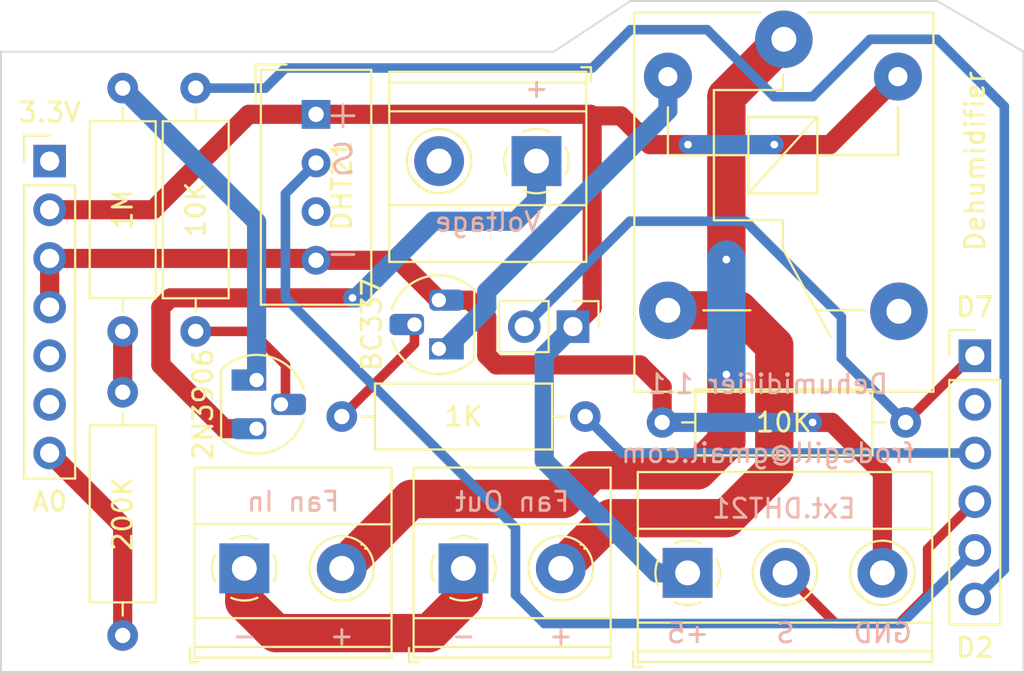
<source format=kicad_pcb>
(kicad_pcb (version 20211014) (generator pcbnew)
  (layers (0 "F.Cu" signal) (31 "B.Cu" signal) (34 "B.Paste" user) (35 "F.Paste" user) (36 "B.SilkS" user "B.Silkscreen") (37 "F.SilkS" user "F.Silkscreen") (38 "B.Mask" user) (39 "F.Mask" user) (44 "Edge.Cuts" user))
  (net 0 "")
  (net 1 "GND")
  (net 2 "Net-(J1-Pad1)")
  (net 3 "Net-(Q1-Pad2)")
  (net 4 "Net-(J1-Pad2)")
  (net 5 "Net-(J2-Pad2)")
  (net 6 "+5V")
  (net 8 "Net-(J16-Pad1)")
  (net 10 "Net-(J16-Pad3)")
  (net 11 "Net-(K1-Pad2)")
  (net 15 "Net-(J14-Pad7)")
  (net 16 "Net-(J16-Pad4)")
  (net 17 "Net-(J16-Pad5)")
  (net 18 "Net-(J16-Pad6)")
  (net 19 "Net-(Q1-Pad1)")
  (net 20 "Net-(R4-Pad2)")
  (net 22 "Net-(J15-Pad1)")
  (net 23 "Net-(Q2-Pad2)")
  (footprint "Package_TO_SOT_THT:TO-92_HandSolder" (layer "F.Cu") (at 150.495 97.79 -90)
    (fp_text reference "Q1" hide)
    (fp_text value "2N3906" (at 1.27 2.79 -90) (layer "F.SilkS"))
    (fp_line (start -0.53 1.85) (end 3.07 1.85) (layer "F.SilkS") (width 0.12))
    (fp_arc (start 2.05 -2.45) (mid 3.769931 -0.601036) (end 3.078445 1.827684) (layer "F.SilkS") (width 0.12))
    (fp_arc (start -0.541875 1.841741) (mid -1.247231 -0.581764) (end 0.45 -2.45) (layer "F.SilkS") (width 0.12))
    (pad "1" thru_hole rect (at 0 0 270) (size 1.1 1.8) (drill 0.75 (offset 0 0.4)) (layers *.Cu *.Mask) (net 19 "Net-(Q1-Pad1)"))
    (pad "2" thru_hole roundrect (at 1.27 -1.27 270) (size 1.1 1.8) (drill 0.75 (offset 0 -0.4)) (layers *.Cu *.Mask) (net 3 "Net-(Q1-Pad2)"))
    (pad "3" thru_hole roundrect (at 2.54 0 270) (size 1.1 1.8) (drill 0.75 (offset 0 0.4)) (layers *.Cu *.Mask) (net 22 "Net-(J15-Pad1)"))
  )
  (footprint "Resistor_THT:R_Axial_DIN0309_L9.0mm_D3.2mm_P12.70mm_Horizontal" (layer "F.Cu") (at 143.51 82.55 -90)
    (fp_text reference "1M" (at 6.35 0 90) (layer "F.SilkS"))
    (fp_text value "1M" hide)
    (fp_line (start 11.66 0) (end 10.97 0) (layer "F.SilkS") (width 0.12))
    (fp_line (start 10.97 -1.72) (end 1.73 -1.72) (layer "F.SilkS") (width 0.12))
    (fp_line (start 10.97 1.72) (end 10.97 -1.72) (layer "F.SilkS") (width 0.12))
    (fp_line (start 1.73 1.72) (end 10.97 1.72) (layer "F.SilkS") (width 0.12))
    (fp_line (start 1.73 -1.72) (end 1.73 1.72) (layer "F.SilkS") (width 0.12))
    (fp_line (start 1.04 0) (end 1.73 0) (layer "F.SilkS") (width 0.12))
    (pad "1" thru_hole circle (at 0 0 270) (size 1.6 1.6) (drill 0.8) (layers *.Cu *.Mask) (net 19 "Net-(Q1-Pad1)"))
    (pad "2" thru_hole oval (at 12.7 0 270) (size 1.6 1.6) (drill 0.8) (layers *.Cu *.Mask) (net 20 "Net-(R4-Pad2)"))
  )
  (footprint "TerminalBlock_Phoenix:TerminalBlock_Phoenix_MKDS-1,5-2-5.08_1x02_P5.08mm_Horizontal" (layer "F.Cu") (at 149.855 107.62)
    (fp_text reference "J1" hide)
    (fp_text value "Conn_01x02_Male" hide)
    (fp_line (start 6.15 -1.275) (end 6.115 -1.239) (layer "F.SilkS") (width 0.12))
    (fp_line (start 4.046 1.239) (end 4.011 1.274) (layer "F.SilkS") (width 0.12))
    (fp_line (start 6.355 -1.069) (end 6.308 -1.023) (layer "F.SilkS") (width 0.12))
    (fp_line (start -2.84 4.16) (end -2.84 4.9) (layer "F.SilkS") (width 0.12))
    (fp_line (start -2.6 4.66) (end 7.68 4.66) (layer "F.SilkS") (width 0.12))
    (fp_line (start -2.6 -5.261) (end -2.6 4.66) (layer "F.SilkS") (width 0.12))
    (fp_line (start 7.68 -5.261) (end 7.68 4.66) (layer "F.SilkS") (width 0.12))
    (fp_line (start 3.853 1.023) (end 3.806 1.069) (layer "F.SilkS") (width 0.12))
    (fp_line (start -2.84 4.9) (end -2.34 4.9) (layer "F.SilkS") (width 0.12))
    (fp_line (start -2.6 -5.261) (end 7.68 -5.261) (layer "F.SilkS") (width 0.12))
    (fp_line (start -2.6 2.6) (end 7.68 2.6) (layer "F.SilkS") (width 0.12))
    (fp_line (start -2.6 4.1) (end 7.68 4.1) (layer "F.SilkS") (width 0.12))
    (fp_line (start -2.6 -2.301) (end 7.68 -2.301) (layer "F.SilkS") (width 0.12))
    (fp_arc (start -1.535427 0.683042) (mid -1.680501 -0.000524) (end -1.535 -0.684) (layer "F.SilkS") (width 0.12))
    (fp_arc (start 1.535427 -0.683042) (mid 1.680501 0.000524) (end 1.535 0.684) (layer "F.SilkS") (width 0.12))
    (fp_arc (start 0.683318 1.534756) (mid 0.349292 1.643288) (end 0 1.68) (layer "F.SilkS") (width 0.12))
    (fp_arc (start -0.683042 -1.535427) (mid 0.000524 -1.680501) (end 0.684 -1.535) (layer "F.SilkS") (width 0.12))
    (fp_arc (start 0.028805 1.680253) (mid -0.335551 1.646659) (end -0.684 1.535) (layer "F.SilkS") (width 0.12))
    (fp_circle (center 5.08 0) (end 6.76 0) (layer "F.SilkS") (width 0.12) (fill none))
    (pad "1" thru_hole rect (at 0 0) (size 2.6 2.6) (drill 1.3) (layers *.Cu *.Mask) (net 2 "Net-(J1-Pad1)"))
    (pad "2" thru_hole circle (at 5.08 0) (size 2.6 2.6) (drill 1.3) (layers *.Cu *.Mask) (net 4 "Net-(J1-Pad2)"))
  )
  (footprint "TerminalBlock_Phoenix:TerminalBlock_Phoenix_MKDS-1,5-2-5.08_1x02_P5.08mm_Horizontal" (layer "F.Cu") (at 165.095 86.36 180)
    (fp_text reference "J15" hide)
    (fp_text value "Conn_01x02_Male" hide)
    (fp_line (start -2.6 4.66) (end 7.68 4.66) (layer "F.SilkS") (width 0.12))
    (fp_line (start -2.6 -5.261) (end -2.6 4.66) (layer "F.SilkS") (width 0.12))
    (fp_line (start -2.6 4.1) (end 7.68 4.1) (layer "F.SilkS") (width 0.12))
    (fp_line (start 7.68 -5.261) (end 7.68 4.66) (layer "F.SilkS") (width 0.12))
    (fp_line (start 3.853 1.023) (end 3.806 1.069) (layer "F.SilkS") (width 0.12))
    (fp_line (start -2.6 2.6) (end 7.68 2.6) (layer "F.SilkS") (width 0.12))
    (fp_line (start -2.6 -2.301) (end 7.68 -2.301) (layer "F.SilkS") (width 0.12))
    (fp_line (start -2.84 4.9) (end -2.34 4.9) (layer "F.SilkS") (width 0.12))
    (fp_line (start 6.15 -1.275) (end 6.115 -1.239) (layer "F.SilkS") (width 0.12))
    (fp_line (start 6.355 -1.069) (end 6.308 -1.023) (layer "F.SilkS") (width 0.12))
    (fp_line (start -2.84 4.16) (end -2.84 4.9) (layer "F.SilkS") (width 0.12))
    (fp_line (start 4.046 1.239) (end 4.011 1.274) (layer "F.SilkS") (width 0.12))
    (fp_line (start -2.6 -5.261) (end 7.68 -5.261) (layer "F.SilkS") (width 0.12))
    (fp_arc (start 0.028805 1.680253) (mid -0.335551 1.646659) (end -0.684 1.535) (layer "F.SilkS") (width 0.12))
    (fp_arc (start 1.535427 -0.683042) (mid 1.680501 0.000524) (end 1.535 0.684) (layer "F.SilkS") (width 0.12))
    (fp_arc (start -1.535427 0.683042) (mid -1.680501 -0.000524) (end -1.535 -0.684) (layer "F.SilkS") (width 0.12))
    (fp_arc (start 0.683318 1.534756) (mid 0.349292 1.643288) (end 0 1.68) (layer "F.SilkS") (width 0.12))
    (fp_arc (start -0.683042 -1.535427) (mid 0.000524 -1.680501) (end 0.684 -1.535) (layer "F.SilkS") (width 0.12))
    (fp_circle (center 5.08 0) (end 6.76 0) (layer "F.SilkS") (width 0.12) (fill none))
    (pad "1" thru_hole rect (at 0 0 180) (size 2.6 2.6) (drill 1.3) (layers *.Cu *.Mask) (net 22 "Net-(J15-Pad1)"))
    (pad "2" thru_hole circle (at 5.08 0 180) (size 2.6 2.6) (drill 1.3) (layers *.Cu *.Mask))
  )
  (footprint "TerminalBlock_Phoenix:TerminalBlock_Phoenix_MKDS-1,5-3-5.08_1x03_P5.08mm_Horizontal" (layer "F.Cu") (at 172.98 107.855)
    (fp_text reference "J3" hide)
    (fp_text value "Conn_01x03_Male" hide)
    (fp_line (start 11.23 -1.275) (end 11.195 -1.239) (layer "F.SilkS") (width 0.12))
    (fp_line (start 6.15 -1.275) (end 6.115 -1.239) (layer "F.SilkS") (width 0.12))
    (fp_line (start -2.6 4.1) (end 12.76 4.1) (layer "F.SilkS") (width 0.12))
    (fp_line (start 6.355 -1.069) (end 6.308 -1.023) (layer "F.SilkS") (width 0.12))
    (fp_line (start 8.933 1.023) (end 8.886 1.069) (layer "F.SilkS") (width 0.12))
    (fp_line (start -2.6 -5.261) (end -2.6 4.66) (layer "F.SilkS") (width 0.12))
    (fp_line (start 3.853 1.023) (end 3.806 1.069) (layer "F.SilkS") (width 0.12))
    (fp_line (start 12.76 -5.261) (end 12.76 4.66) (layer "F.SilkS") (width 0.12))
    (fp_line (start 9.126 1.239) (end 9.091 1.274) (layer "F.SilkS") (width 0.12))
    (fp_line (start -2.84 4.9) (end -2.34 4.9) (layer "F.SilkS") (width 0.12))
    (fp_line (start 11.435 -1.069) (end 11.388 -1.023) (layer "F.SilkS") (width 0.12))
    (fp_line (start -2.84 4.16) (end -2.84 4.9) (layer "F.SilkS") (width 0.12))
    (fp_line (start -2.6 -5.261) (end 12.76 -5.261) (layer "F.SilkS") (width 0.12))
    (fp_line (start -2.6 2.6) (end 12.76 2.6) (layer "F.SilkS") (width 0.12))
    (fp_line (start -2.6 -2.301) (end 12.76 -2.301) (layer "F.SilkS") (width 0.12))
    (fp_line (start -2.6 4.66) (end 12.76 4.66) (layer "F.SilkS") (width 0.12))
    (fp_line (start 4.046 1.239) (end 4.011 1.274) (layer "F.SilkS") (width 0.12))
    (fp_arc (start -0.683042 -1.535427) (mid 0.000524 -1.680501) (end 0.684 -1.535) (layer "F.SilkS") (width 0.12))
    (fp_arc (start 0.028805 1.680253) (mid -0.335551 1.646659) (end -0.684 1.535) (layer "F.SilkS") (width 0.12))
    (fp_arc (start 1.535427 -0.683042) (mid 1.680501 0.000524) (end 1.535 0.684) (layer "F.SilkS") (width 0.12))
    (fp_arc (start 0.683318 1.534756) (mid 0.349292 1.643288) (end 0 1.68) (layer "F.SilkS") (width 0.12))
    (fp_arc (start -1.535427 0.683042) (mid -1.680501 -0.000524) (end -1.535 -0.684) (layer "F.SilkS") (width 0.12))
    (fp_circle (center 5.08 0) (end 6.76 0) (layer "F.SilkS") (width 0.12) (fill none))
    (fp_circle (center 10.16 0) (end 11.84 0) (layer "F.SilkS") (width 0.12) (fill none))
    (pad "1" thru_hole rect (at 0 0) (size 2.6 2.6) (drill 1.3) (layers *.Cu *.Mask) (net 6 "+5V"))
    (pad "2" thru_hole circle (at 5.08 0) (size 2.6 2.6) (drill 1.3) (layers *.Cu *.Mask) (net 16 "Net-(J16-Pad4)"))
    (pad "3" thru_hole circle (at 10.16 0) (size 2.6 2.6) (drill 1.3) (layers *.Cu *.Mask) (net 1 "GND"))
  )
  (footprint "Sensor:Aosong_DHT11_5.5x12.0_P2.54mm" (layer "F.Cu") (at 153.5975 83.9175)
    (fp_text reference "U1" hide)
    (fp_text value "DHT11" hide)
    (fp_line (start -2.87 -2.32) (end 2.87 -2.32) (layer "F.SilkS") (width 0.12))
    (fp_line (start 2.88 -2.32) (end 2.88 9.94) (layer "F.SilkS") (width 0.12))
    (fp_line (start 2.88 9.94) (end -2.88 9.94) (layer "F.SilkS") (width 0.12))
    (fp_line (start -3.16 -2.6) (end -3.16 -0.6) (layer "F.SilkS") (width 0.12))
    (fp_line (start -3.16 -2.6) (end -1.55 -2.6) (layer "F.SilkS") (width 0.12))
    (fp_line (start -2.88 9.94) (end -2.88 -2.31) (layer "F.SilkS") (width 0.12))
    (pad "1" thru_hole rect (at 0 0) (size 1.5 1.5) (drill 0.8) (layers *.Cu *.Mask) (net 6 "+5V"))
    (pad "2" thru_hole circle (at 0 2.54) (size 1.5 1.5) (drill 0.8) (layers *.Cu *.Mask) (net 17 "Net-(J16-Pad5)"))
    (pad "3" thru_hole circle (at 0 5.08) (size 1.5 1.5) (drill 0.8) (layers *.Cu *.Mask))
    (pad "4" thru_hole circle (at 0 7.62) (size 1.5 1.5) (drill 0.8) (layers *.Cu *.Mask) (net 1 "GND"))
  )
  (footprint "Resistor_THT:R_Axial_DIN0309_L9.0mm_D3.2mm_P12.70mm_Horizontal" (layer "F.Cu") (at 171.65 100)
    (fp_text reference "R2" hide)
    (fp_text value "10K" (at 6.35 0) (layer "F.SilkS"))
    (fp_line (start 11.66 0) (end 10.97 0) (layer "F.SilkS") (width 0.12))
    (fp_line (start 10.97 1.72) (end 10.97 -1.72) (layer "F.SilkS") (width 0.12))
    (fp_line (start 1.73 -1.72) (end 1.73 1.72) (layer "F.SilkS") (width 0.12))
    (fp_line (start 1.73 1.72) (end 10.97 1.72) (layer "F.SilkS") (width 0.12))
    (fp_line (start 1.04 0) (end 1.73 0) (layer "F.SilkS") (width 0.12))
    (fp_line (start 10.97 -1.72) (end 1.73 -1.72) (layer "F.SilkS") (width 0.12))
    (pad "1" thru_hole circle (at 0 0) (size 1.6 1.6) (drill 0.8) (layers *.Cu *.Mask) (net 1 "GND"))
    (pad "2" thru_hole oval (at 12.7 0) (size 1.6 1.6) (drill 0.8) (layers *.Cu *.Mask) (net 8 "Net-(J16-Pad1)"))
  )
  (footprint "Resistor_THT:R_Axial_DIN0309_L9.0mm_D3.2mm_P12.70mm_Horizontal" (layer "F.Cu") (at 147.32 82.55 -90)
    (fp_text reference "10K" (at 6.35 0 90) (layer "F.SilkS"))
    (fp_text value "10K" hide)
    (fp_line (start 10.97 -1.72) (end 1.73 -1.72) (layer "F.SilkS") (width 0.12))
    (fp_line (start 10.97 1.72) (end 10.97 -1.72) (layer "F.SilkS") (width 0.12))
    (fp_line (start 1.04 0) (end 1.73 0) (layer "F.SilkS") (width 0.12))
    (fp_line (start 1.73 -1.72) (end 1.73 1.72) (layer "F.SilkS") (width 0.12))
    (fp_line (start 1.73 1.72) (end 10.97 1.72) (layer "F.SilkS") (width 0.12))
    (fp_line (start 11.66 0) (end 10.97 0) (layer "F.SilkS") (width 0.12))
    (pad "1" thru_hole circle (at 0 0 270) (size 1.6 1.6) (drill 0.8) (layers *.Cu *.Mask) (net 18 "Net-(J16-Pad6)"))
    (pad "2" thru_hole oval (at 12.7 0 270) (size 1.6 1.6) (drill 0.8) (layers *.Cu *.Mask) (net 3 "Net-(Q1-Pad2)"))
  )
  (footprint "Package_TO_SOT_THT:TO-92_HandSolder" (layer "F.Cu") (at 160 96.16 90)
    (fp_text reference "Q2" hide)
    (fp_text value "BC337" (at 1.27 -3.5 90) (layer "F.SilkS"))
    (fp_line (start -0.53 1.85) (end 3.07 1.85) (layer "F.SilkS") (width 0.12))
    (fp_arc (start -0.541875 1.841741) (mid -1.247231 -0.581764) (end 0.45 -2.45) (layer "F.SilkS") (width 0.12))
    (fp_arc (start 2.05 -2.45) (mid 3.769931 -0.601036) (end 3.078445 1.827684) (layer "F.SilkS") (width 0.12))
    (pad "1" thru_hole rect (at 0 0 90) (size 1.1 1.8) (drill 0.75 (offset 0 0.4)) (layers *.Cu *.Mask) (net 11 "Net-(K1-Pad2)"))
    (pad "2" thru_hole roundrect (at 1.27 -1.27 90) (size 1.1 1.8) (drill 0.75 (offset 0 -0.4)) (layers *.Cu *.Mask) (net 23 "Net-(Q2-Pad2)"))
    (pad "3" thru_hole roundrect (at 2.54 0 90) (size 1.1 1.8) (drill 0.75 (offset 0 0.4)) (layers *.Cu *.Mask) (net 1 "GND"))
  )
  (footprint "Relay_THT:Relay_SPDT_SANYOU_SRD_Series_Form_C" (layer "F.Cu") (at 178 80 -90)
    (fp_text reference "K1" hide)
    (fp_text value "SANYOU_SRD_Form_C" hide)
    (fp_line (start 14.15 -4.2) (end 14.15 -1.7) (layer "F.SilkS") (width 0.12))
    (fp_line (start 6.05 1.85) (end 6.05 6.05) (layer "F.SilkS") (width 0.12))
    (fp_line (start 18.4 7.8) (end -1.4 7.8) (layer "F.SilkS") (width 0.12))
    (fp_line (start 9.45 3.65) (end 2.65 3.65) (layer "F.SilkS") (width 0.12))
    (fp_line (start 6.05 -5.95) (end 6.05 -1.75) (layer "F.SilkS") (width 0.12))
    (fp_line (start 8.05 1.85) (end 4.05 -1.75) (layer "F.SilkS") (width 0.12))
    (fp_line (start 10.95 0.05) (end 15.55 -2.45) (layer "F.SilkS") (width 0.12))
    (fp_line (start -1.4 -7.8) (end -1.4 -1.2) (layer "F.SilkS") (width 0.12))
    (fp_line (start 9.45 0.05) (end 10.95 0.05) (layer "F.SilkS") (width 0.12))
    (fp_line (start 9.45 0.05) (end 9.45 3.65) (layer "F.SilkS") (width 0.12))
    (fp_line (start 2.65 0.05) (end 2.65 3.65) (layer "F.SilkS") (width 0.12))
    (fp_line (start 3.55 6.05) (end 6.05 6.05) (layer "F.SilkS") (width 0.12))
    (fp_line (start 4.05 1.85) (end 4.05 -1.75) (layer "F.SilkS") (width 0.12))
    (fp_line (start 6.05 -5.95) (end 3.55 -5.95) (layer "F.SilkS") (width 0.12))
    (fp_line (start 8.05 -1.75) (end 8.05 1.85) (layer "F.SilkS") (width 0.12))
    (fp_line (start 14.15 4.2) (end 14.15 1.75) (layer "F.SilkS") (width 0.12))
    (fp_line (start 18.4 -7.8) (end 18.4 7.8) (layer "F.SilkS") (width 0.12))
    (fp_line (start 4.05 -1.75) (end 8.05 -1.75) (layer "F.SilkS") (width 0.12))
    (fp_line (start 8.05 1.85) (end 4.05 1.85) (layer "F.SilkS") (width 0.12))
    (fp_line (start 2.65 0.05) (end 1.85 0.05) (layer "F.SilkS") (width 0.12))
    (fp_line (start -1.4 -7.8) (end 18.4 -7.8) (layer "F.SilkS") (width 0.12))
    (fp_line (start -1.4 1.2) (end -1.4 7.8) (layer "F.SilkS") (width 0.12))
    (pad "1" thru_hole circle (at 0 0) (size 3 3) (drill 1.3) (layers *.Cu *.Mask) (net 4 "Net-(J1-Pad2)"))
    (pad "2" thru_hole circle (at 1.95 6.05) (size 2.5 2.5) (drill 1) (layers *.Cu *.Mask) (net 11 "Net-(K1-Pad2)"))
    (pad "3" thru_hole circle (at 14.15 6.05) (size 3 3) (drill 1.3) (layers *.Cu *.Mask) (net 5 "Net-(J2-Pad2)"))
    (pad "4" thru_hole circle (at 14.2 -6) (size 3 3) (drill 1.3) (layers *.Cu *.Mask))
    (pad "5" thru_hole circle (at 1.95 -5.95) (size 2.5 2.5) (drill 1) (layers *.Cu *.Mask) (net 6 "+5V"))
  )
  (footprint "Resistor_THT:R_Axial_DIN0309_L9.0mm_D3.2mm_P12.70mm_Horizontal" (layer "F.Cu") (at 154.94 99.695)
    (fp_text reference "1K" (at 6.35 0) (layer "F.SilkS"))
    (fp_text value "R" hide)
    (fp_line (start 11.66 0) (end 10.97 0) (layer "F.SilkS") (width 0.12))
    (fp_line (start 1.73 1.72) (end 10.97 1.72) (layer "F.SilkS") (width 0.12))
    (fp_line (start 10.97 1.72) (end 10.97 -1.72) (layer "F.SilkS") (width 0.12))
    (fp_line (start 1.04 0) (end 1.73 0) (layer "F.SilkS") (width 0.12))
    (fp_line (start 1.73 -1.72) (end 1.73 1.72) (layer "F.SilkS") (width 0.12))
    (fp_line (start 10.97 -1.72) (end 1.73 -1.72) (layer "F.SilkS") (width 0.12))
    (pad "1" thru_hole circle (at 0 0) (size 1.6 1.6) (drill 0.8) (layers *.Cu *.Mask) (net 23 "Net-(Q2-Pad2)"))
    (pad "2" thru_hole oval (at 12.7 0) (size 1.6 1.6) (drill 0.8) (layers *.Cu *.Mask) (net 10 "Net-(J16-Pad3)"))
  )
  (footprint "Resistor_THT:R_Axial_DIN0309_L9.0mm_D3.2mm_P12.70mm_Horizontal" (layer "F.Cu") (at 143.51 111.125 90)
    (fp_text reference "200K" (at 6.35 0 90) (layer "F.SilkS"))
    (fp_text value "200K" hide)
    (fp_line (start 1.73 1.72) (end 10.97 1.72) (layer "F.SilkS") (width 0.12))
    (fp_line (start 1.73 -1.72) (end 1.73 1.72) (layer "F.SilkS") (width 0.12))
    (fp_line (start 10.97 1.72) (end 10.97 -1.72) (layer "F.SilkS") (width 0.12))
    (fp_line (start 11.66 0) (end 10.97 0) (layer "F.SilkS") (width 0.12))
    (fp_line (start 1.04 0) (end 1.73 0) (layer "F.SilkS") (width 0.12))
    (fp_line (start 10.97 -1.72) (end 1.73 -1.72) (layer "F.SilkS") (width 0.12))
    (pad "1" thru_hole circle (at 0 0 90) (size 1.6 1.6) (drill 0.8) (layers *.Cu *.Mask) (net 15 "Net-(J14-Pad7)"))
    (pad "2" thru_hole oval (at 12.7 0 90) (size 1.6 1.6) (drill 0.8) (layers *.Cu *.Mask) (net 20 "Net-(R4-Pad2)"))
  )
  (footprint "Connector_PinHeader_2.54mm:PinHeader_1x06_P2.54mm_Vertical" (layer "F.Cu") (at 187.96 96.52)
    (fp_text reference "J16" hide)
    (fp_text value "Conn_01x06_Male" hide)
    (fp_line (start -1.33 -1.33) (end 0 -1.33) (layer "F.SilkS") (width 0.12))
    (fp_line (start -1.33 1.27) (end -1.33 14.03) (layer "F.SilkS") (width 0.12))
    (fp_line (start -1.33 1.27) (end 1.33 1.27) (layer "F.SilkS") (width 0.12))
    (fp_line (start -1.33 0) (end -1.33 -1.33) (layer "F.SilkS") (width 0.12))
    (fp_line (start 1.33 1.27) (end 1.33 14.03) (layer "F.SilkS") (width 0.12))
    (fp_line (start -1.33 14.03) (end 1.33 14.03) (layer "F.SilkS") (width 0.12))
    (pad "1" thru_hole rect (at 0 0) (size 1.7 1.7) (drill 1) (layers *.Cu *.Mask) (net 8 "Net-(J16-Pad1)"))
    (pad "2" thru_hole oval (at 0 2.54) (size 1.7 1.7) (drill 1) (layers *.Cu *.Mask))
    (pad "3" thru_hole oval (at 0 5.08) (size 1.7 1.7) (drill 1) (layers *.Cu *.Mask) (net 10 "Net-(J16-Pad3)"))
    (pad "4" thru_hole oval (at 0 7.62) (size 1.7 1.7) (drill 1) (layers *.Cu *.Mask) (net 16 "Net-(J16-Pad4)"))
    (pad "5" thru_hole oval (at 0 10.16) (size 1.7 1.7) (drill 1) (layers *.Cu *.Mask) (net 17 "Net-(J16-Pad5)"))
    (pad "6" thru_hole oval (at 0 12.7) (size 1.7 1.7) (drill 1) (layers *.Cu *.Mask) (net 18 "Net-(J16-Pad6)"))
  )
  (footprint "Connector_PinHeader_2.54mm:PinHeader_1x07_P2.54mm_Vertical" (layer "F.Cu") (at 139.7 86.36)
    (fp_text reference "J14" hide)
    (fp_text value "Conn_01x07_Male" hide)
    (fp_line (start -1.33 0) (end -1.33 -1.33) (layer "F.SilkS") (width 0.12))
    (fp_line (start -1.33 1.27) (end 1.33 1.27) (layer "F.SilkS") (width 0.12))
    (fp_line (start -1.33 -1.33) (end 0 -1.33) (layer "F.SilkS") (width 0.12))
    (fp_line (start -1.33 1.27) (end -1.33 16.57) (layer "F.SilkS") (width 0.12))
    (fp_line (start -1.33 16.57) (end 1.33 16.57) (layer "F.SilkS") (width 0.12))
    (fp_line (start 1.33 1.27) (end 1.33 16.57) (layer "F.SilkS") (width 0.12))
    (pad "1" thru_hole rect (at 0 0) (size 1.7 1.7) (drill 1) (layers *.Cu *.Mask))
    (pad "2" thru_hole oval (at 0 2.54) (size 1.7 1.7) (drill 1) (layers *.Cu *.Mask) (net 6 "+5V"))
    (pad "3" thru_hole oval (at 0 5.08) (size 1.7 1.7) (drill 1) (layers *.Cu *.Mask) (net 1 "GND"))
    (pad "4" thru_hole oval (at 0 7.62) (size 1.7 1.7) (drill 1) (layers *.Cu *.Mask) (net 1 "GND"))
    (pad "5" thru_hole oval (at 0 10.16) (size 1.7 1.7) (drill 1) (layers *.Cu *.Mask))
    (pad "6" thru_hole oval (at 0 12.7) (size 1.7 1.7) (drill 1) (layers *.Cu *.Mask))
    (pad "7" thru_hole oval (at 0 15.24) (size 1.7 1.7) (drill 1) (layers *.Cu *.Mask) (net 15 "Net-(J14-Pad7)"))
  )
  (footprint "TerminalBlock_Phoenix:TerminalBlock_Phoenix_MKDS-1,5-2-5.08_1x02_P5.08mm_Horizontal" (layer "F.Cu") (at 161.285 107.62)
    (fp_text reference "J2" hide)
    (fp_text value "Conn_01x02_Male" hide)
    (fp_line (start -2.6 4.1) (end 7.68 4.1) (layer "F.SilkS") (width 0.12))
    (fp_line (start 6.15 -1.275) (end 6.115 -1.239) (layer "F.SilkS") (width 0.12))
    (fp_line (start 3.853 1.023) (end 3.806 1.069) (layer "F.SilkS") (width 0.12))
    (fp_line (start -2.6 -2.301) (end 7.68 -2.301) (layer "F.SilkS") (width 0.12))
    (fp_line (start 4.046 1.239) (end 4.011 1.274) (layer "F.SilkS") (width 0.12))
    (fp_line (start -2.84 4.16) (end -2.84 4.9) (layer "F.SilkS") (width 0.12))
    (fp_line (start 7.68 -5.261) (end 7.68 4.66) (layer "F.SilkS") (width 0.12))
    (fp_line (start -2.6 -5.261) (end 7.68 -5.261) (layer "F.SilkS") (width 0.12))
    (fp_line (start -2.6 4.66) (end 7.68 4.66) (layer "F.SilkS") (width 0.12))
    (fp_line (start 6.355 -1.069) (end 6.308 -1.023) (layer "F.SilkS") (width 0.12))
    (fp_line (start -2.84 4.9) (end -2.34 4.9) (layer "F.SilkS") (width 0.12))
    (fp_line (start -2.6 -5.261) (end -2.6 4.66) (layer "F.SilkS") (width 0.12))
    (fp_line (start -2.6 2.6) (end 7.68 2.6) (layer "F.SilkS") (width 0.12))
    (fp_arc (start 1.535427 -0.683042) (mid 1.680501 0.000524) (end 1.535 0.684) (layer "F.SilkS") (width 0.12))
    (fp_arc (start -0.683042 -1.535427) (mid 0.000524 -1.680501) (end 0.684 -1.535) (layer "F.SilkS") (width 0.12))
    (fp_arc (start 0.028805 1.680253) (mid -0.335551 1.646659) (end -0.684 1.535) (layer "F.SilkS") (width 0.12))
    (fp_arc (start 0.683318 1.534756) (mid 0.349292 1.643288) (end 0 1.68) (layer "F.SilkS") (width 0.12))
    (fp_arc (start -1.535427 0.683042) (mid -1.680501 -0.000524) (end -1.535 -0.684) (layer "F.SilkS") (width 0.12))
    (fp_circle (center 5.08 0) (end 6.76 0) (layer "F.SilkS") (width 0.12) (fill none))
    (pad "1" thru_hole rect (at 0 0) (size 2.6 2.6) (drill 1.3) (layers *.Cu *.Mask) (net 2 "Net-(J1-Pad1)"))
    (pad "2" thru_hole circle (at 5.08 0) (size 2.6 2.6) (drill 1.3) (layers *.Cu *.Mask) (net 5 "Net-(J2-Pad2)"))
  )
  (footprint "Connector_PinHeader_2.54mm:PinHeader_1x02_P2.54mm_Vertical" (layer "F.Cu") (at 167 95 -90)
    (fp_text reference "J4" hide)
    (fp_text value "Conn_01x02_Male" hide)
    (fp_line (start -1.33 3.87) (end 1.33 3.87) (layer "F.SilkS") (width 0.12))
    (fp_line (start 1.33 1.27) (end 1.33 3.87) (layer "F.SilkS") (width 0.12))
    (fp_line (start -1.33 0) (end -1.33 -1.33) (layer "F.SilkS") (width 0.12))
    (fp_line (start -1.33 1.27) (end 1.33 1.27) (layer "F.SilkS") (width 0.12))
    (fp_line (start -1.33 -1.33) (end 0 -1.33) (layer "F.SilkS") (width 0.12))
    (fp_line (start -1.33 1.27) (end -1.33 3.87) (layer "F.SilkS") (width 0.12))
    (pad "1" thru_hole rect (at 0 0 270) (size 1.7 1.7) (drill 1) (layers *.Cu *.Mask) (net 6 "+5V"))
    (pad "2" thru_hole oval (at 0 2.54 270) (size 1.7 1.7) (drill 1) (layers *.Cu *.Mask) (net 8 "Net-(J16-Pad1)"))
  )
  (gr_line (start 190.5 113.03) (end 137.16 113.03) (layer "Edge.Cuts") (width 0.1))
  (gr_line (start 170 78) (end 186 78) (layer "Edge.Cuts") (width 0.1))
  (gr_line (start 137.16 80.645) (end 137.16 113.03) (layer "Edge.Cuts") (width 0.1))
  (gr_line (start 190.5 80.645) (end 190.5 113.03) (layer "Edge.Cuts") (width 0.1))
  (gr_line (start 137.16 80.645) (end 166 80.645) (layer "Edge.Cuts") (width 0.1))
  (gr_line (start 186 78) (end 190.5 80.645) (layer "Edge.Cuts") (width 0.1))
  (gr_line (start 166 80.645) (end 170 78) (layer "Edge.Cuts") (width 0.1))
  (gr_text "Voltage" (at 162.56 89.535) (layer "B.SilkS") (effects (font (size 1 1)) (justify mirror)))
  (gr_text "Ext.DHT21" (at 178 104.5) (layer "B.SilkS") (effects (font (size 1 1)) (justify mirror)))
  (gr_text "-" (at 161.29 111.125) (layer "B.SilkS") (effects (font (size 1 1)) (justify mirror)))
  (gr_text "Fan Out" (at 163.83 104.14) (layer "B.SilkS") (effects (font (size 1 1)) (justify mirror)))
  (gr_text "+" (at 166.37 111.125) (layer "B.SilkS") (effects (font (size 1 1)) (justify mirror)))
  (gr_text "+" (at 154.94 111.125) (layer "B.SilkS") (effects (font (size 1 1)) (justify mirror)))
  (gr_text "frodegill@gmail.com" (at 177.165 101.6) (layer "B.SilkS") (effects (font (size 1 1)) (justify mirror)))
  (gr_text "-" (at 149.86 111.125) (layer "B.SilkS") (effects (font (size 1 1)) (justify mirror)))
  (gr_text "GND" (at 183.16 111) (layer "B.SilkS") (effects (font (size 1 1)) (justify mirror)))
  (gr_text "+\nS\n\n-" (at 155 87.5) (layer "B.SilkS") (effects (font (size 1.5 1.5)) (justify mirror)))
  (gr_text "+5" (at 173 111) (layer "B.SilkS") (effects (font (size 1 1)) (justify mirror)))
  (gr_text "+" (at 165.1 82.55) (layer "B.SilkS") (effects (font (size 1 1)) (justify mirror)))
  (gr_text "S" (at 178.08 111) (layer "B.SilkS") (effects (font (size 1 1)) (justify mirror)))
  (gr_text "Fan In" (at 152.4 104.14) (layer "B.SilkS") (effects (font (size 1 1)) (justify mirror)))
  (gr_text "Dehumidifier 1.1" (at 177.165 98) (layer "B.SilkS") (effects (font (size 1 1)) (justify mirror)))
  (gr_text "D7" (at 187.96 93.98) (layer "F.SilkS") (effects (font (size 1 1))))
  (gr_text "DHT21" (at 154.94 87.63 90) (layer "F.SilkS") (effects (font (size 1 1))))
  (gr_text "3.3V" (at 139.7 83.82) (layer "F.SilkS") (effects (font (size 1 1))))
  (gr_text "A0" (at 139.7 104.14) (layer "F.SilkS") (effects (font (size 1 1))))
  (gr_text "Dehumidifier" (at 187.96 86.36 90) (layer "F.SilkS") (effects (font (size 1 1))))
  (gr_text "D2" (at 187.96 111.76) (layer "F.SilkS") (effects (font (size 1 1))))
  (segment (start 157.9175 91.5375) (end 160 93.62) (width 1) (layer "F.Cu") (net 1))
  (segment (start 161.62 93.62) (end 162.5 94.5) (width 1) (layer "F.Cu") (net 1))
  (segment (start 153.5 91.44) (end 153.5975 91.5375) (width 1) (layer "F.Cu") (net 1))
  (segment (start 183.14 102.64) (end 183.14 107.855) (width 1) (layer "F.Cu") (net 1))
  (segment (start 180.5 100) (end 183.14 102.64) (width 1) (layer "F.Cu") (net 1))
  (segment (start 139.7 91.44) (end 153.5 91.44) (width 1) (layer "F.Cu") (net 1))
  (segment (start 162.5 96.5) (end 163 97) (width 1) (layer "F.Cu") (net 1))
  (segment (start 153.5975 91.5375) (end 157.9175 91.5375) (width 1) (layer "F.Cu") (net 1))
  (segment (start 139.7 93.98) (end 139.7 91.44) (width 1) (layer "F.Cu") (net 1))
  (segment (start 170.5 97) (end 171.65 98.15) (width 1) (layer "F.Cu") (net 1))
  (segment (start 163 97) (end 170.5 97) (width 1) (layer "F.Cu") (net 1))
  (segment (start 162.5 94.5) (end 162.5 96.5) (width 1) (layer "F.Cu") (net 1))
  (segment (start 179.5 100) (end 180.5 100) (width 1) (layer "F.Cu") (net 1))
  (segment (start 171.65 98.15) (end 171.65 100) (width 1) (layer "F.Cu") (net 1))
  (segment (start 160 93.62) (end 161.62 93.62) (width 1) (layer "F.Cu") (net 1))
  (via (at 179.5 100) (size 0.8) (drill 0.4) (layers "F.Cu" "B.Cu") (net 1))
  (segment (start 171.65 100) (end 179.5 100) (width 1) (layer "B.Cu") (net 1))
  (segment (start 161.285 109.215) (end 161.285 107.62) (width 2) (layer "F.Cu") (net 2))
  (segment (start 151.5 111) (end 159.5 111) (width 2) (layer "F.Cu") (net 2))
  (segment (start 159.5 111) (end 161.285 109.215) (width 2) (layer "F.Cu") (net 2))
  (segment (start 149.855 109.355) (end 151.5 111) (width 2) (layer "F.Cu") (net 2))
  (segment (start 149.855 107.62) (end 149.855 109.355) (width 2) (layer "F.Cu") (net 2))
  (segment (start 152 98.825) (end 151.765 99.06) (width 0.5) (layer "F.Cu") (net 3))
  (segment (start 147.32 95.25) (end 150.25 95.25) (width 0.5) (layer "F.Cu") (net 3))
  (segment (start 150.25 95.25) (end 152 97) (width 0.5) (layer "F.Cu") (net 3))
  (segment (start 152 97) (end 152 98.825) (width 0.5) (layer "F.Cu") (net 3))
  (segment (start 173.5 102.5) (end 175 101) (width 2) (layer "F.Cu") (net 4))
  (segment (start 158.555 104) (end 160 104) (width 2) (layer "F.Cu") (net 4))
  (segment (start 154.935 107.62) (end 158.555 104) (width 2) (layer "F.Cu") (net 4))
  (segment (start 173 102.5) (end 173.5 102.5) (width 2) (layer "F.Cu") (net 4))
  (segment (start 175 91.5) (end 175 83) (width 2) (layer "F.Cu") (net 4))
  (segment (start 166.5 104) (end 167.5 103) (width 2) (layer "F.Cu") (net 4))
  (segment (start 168 102.5) (end 173 102.5) (width 2) (layer "F.Cu") (net 4))
  (segment (start 175 83) (end 178 80) (width 2) (layer "F.Cu") (net 4))
  (segment (start 175 101) (end 175 97.5) (width 2) (layer "F.Cu") (net 4))
  (segment (start 167.5 103) (end 168 102.5) (width 2) (layer "F.Cu") (net 4))
  (segment (start 160 104) (end 166.5 104) (width 2) (layer "F.Cu") (net 4))
  (via (at 175 97.5) (size 0.8) (drill 0.4) (layers "F.Cu" "B.Cu") (net 4))
  (via (at 175 91.5) (size 0.8) (drill 0.4) (layers "F.Cu" "B.Cu") (net 4))
  (segment (start 175 97.5) (end 175 91.5) (width 2) (layer "B.Cu") (net 4))
  (segment (start 177.5 102.5) (end 177.5 96) (width 2) (layer "F.Cu") (net 5))
  (segment (start 175 105) (end 177.5 102.5) (width 2) (layer "F.Cu") (net 5))
  (segment (start 166.365 107.62) (end 168.985 105) (width 2) (layer "F.Cu") (net 5))
  (segment (start 177.5 96) (end 175.65 94.15) (width 2) (layer "F.Cu") (net 5))
  (segment (start 168.985 105) (end 175 105) (width 2) (layer "F.Cu") (net 5))
  (segment (start 175.65 94.15) (end 171.95 94.15) (width 2) (layer "F.Cu") (net 5))
  (segment (start 168 84) (end 168 94) (width 1) (layer "F.Cu") (net 6))
  (segment (start 167.9175 83.9175) (end 168 84) (width 1) (layer "F.Cu") (net 6))
  (segment (start 150.0825 83.9175) (end 153.1325 83.9175) (width 1) (layer "F.Cu") (net 6))
  (segment (start 139.7 88.9) (end 145.1 88.9) (width 1) (layer "F.Cu") (net 6))
  (segment (start 169 84) (end 169.5 84) (width 1) (layer "F.Cu") (net 6))
  (segment (start 180.4 85.5) (end 183.95 81.95) (width 1) (layer "F.Cu") (net 6))
  (segment (start 170 84.5) (end 171 85.5) (width 1) (layer "F.Cu") (net 6))
  (segment (start 169.5 84) (end 170 84.5) (width 1) (layer "F.Cu") (net 6))
  (segment (start 153.1325 83.9175) (end 167.9175 83.9175) (width 1) (layer "F.Cu") (net 6))
  (segment (start 168 84) (end 169 84) (width 1) (layer "F.Cu") (net 6))
  (segment (start 145.1 88.9) (end 150.0825 83.9175) (width 1) (layer "F.Cu") (net 6))
  (segment (start 177.5 85.5) (end 180.4 85.5) (width 1) (layer "F.Cu") (net 6))
  (segment (start 171 85.5) (end 173 85.5) (width 1) (layer "F.Cu") (net 6))
  (segment (start 168 94) (end 167 95) (width 1) (layer "F.Cu") (net 6))
  (via (at 173 85.5) (size 0.8) (drill 0.4) (layers "F.Cu" "B.Cu") (net 6))
  (via (at 177.5 85.5) (size 0.8) (drill 0.4) (layers "F.Cu" "B.Cu") (net 6))
  (segment (start 172.98 107.855) (end 171.355 107.855) (width 1) (layer "B.Cu") (net 6))
  (segment (start 173 85.5) (end 177.5 85.5) (width 1) (layer "B.Cu") (net 6))
  (segment (start 165.5 96.5) (end 167 95) (width 1) (layer "B.Cu") (net 6))
  (segment (start 171.355 107.855) (end 165.5 102) (width 1) (layer "B.Cu") (net 6))
  (segment (start 165.5 102) (end 165.5 96.5) (width 1) (layer "B.Cu") (net 6))
  (segment (start 187.96 96.52) (end 187.83 96.52) (width 0.5) (layer "F.Cu") (net 8))
  (segment (start 187.83 96.52) (end 184.35 100) (width 0.5) (layer "F.Cu") (net 8))
  (segment (start 181 96.65) (end 184.35 100) (width 0.5) (layer "B.Cu") (net 8))
  (segment (start 164.46 95) (end 169.96 89.5) (width 0.5) (layer "B.Cu") (net 8))
  (segment (start 176 89.5) (end 181 94.5) (width 0.5) (layer "B.Cu") (net 8))
  (segment (start 169.96 89.5) (end 176 89.5) (width 0.5) (layer "B.Cu") (net 8))
  (segment (start 181 94.5) (end 181 96.65) (width 0.5) (layer "B.Cu") (net 8))
  (segment (start 169.545 101.6) (end 167.64 99.695) (width 0.5) (layer "B.Cu") (net 10))
  (segment (start 187.96 101.6) (end 169.545 101.6) (width 0.5) (layer "B.Cu") (net 10))
  (segment (start 162.5 93.167766) (end 162.5 94) (width 1) (layer "B.Cu") (net 11))
  (segment (start 171.95 81.95) (end 171.95 83.717766) (width 1) (layer "B.Cu") (net 11))
  (segment (start 171.95 83.717766) (end 162.5 93.167766) (width 1) (layer "B.Cu") (net 11))
  (segment (start 162.5 94) (end 160.34 96.16) (width 1) (layer "B.Cu") (net 11))
  (segment (start 160.34 96.16) (end 160 96.16) (width 1) (layer "B.Cu") (net 11))
  (segment (start 143.51 105.41) (end 139.7 101.6) (width 1) (layer "F.Cu") (net 15))
  (segment (start 143.51 111.125) (end 143.51 105.41) (width 1) (layer "F.Cu") (net 15))
  (segment (start 180.705 110.5) (end 178.06 107.855) (width 0.5) (layer "F.Cu") (net 16))
  (segment (start 184 110.5) (end 180.705 110.5) (width 0.5) (layer "F.Cu") (net 16))
  (segment (start 185.5 109) (end 184 110.5) (width 0.5) (layer "F.Cu") (net 16))
  (segment (start 185.5 106.6) (end 185.5 109) (width 0.5) (layer "F.Cu") (net 16))
  (segment (start 187.96 104.14) (end 185.5 106.6) (width 0.5) (layer "F.Cu") (net 16))
  (segment (start 187.96 106.68) (end 184.14 110.5) (width 0.5) (layer "B.Cu") (net 17))
  (segment (start 164 109) (end 164 105.5) (width 0.5) (layer "B.Cu") (net 17))
  (segment (start 164 105.5) (end 152 93.5) (width 0.5) (layer "B.Cu") (net 17))
  (segment (start 152 88.055) (end 153.5975 86.4575) (width 0.5) (layer "B.Cu") (net 17))
  (segment (start 152 93.5) (end 152 88.055) (width 0.5) (layer "B.Cu") (net 17))
  (segment (start 184.14 110.5) (end 165.5 110.5) (width 0.5) (layer "B.Cu") (net 17))
  (segment (start 165.5 110.5) (end 164 109) (width 0.5) (layer "B.Cu") (net 17))
  (segment (start 174 79.5) (end 177.5 83) (width 0.5) (layer "B.Cu") (net 18))
  (segment (start 150.95 82.55) (end 152 81.5) (width 0.5) (layer "B.Cu") (net 18))
  (segment (start 186 80) (end 189.5 83.5) (width 0.5) (layer "B.Cu") (net 18))
  (segment (start 152 81.5) (end 168 81.5) (width 0.5) (layer "B.Cu") (net 18))
  (segment (start 189.5 83.5) (end 189.5 107.68) (width 0.5) (layer "B.Cu") (net 18))
  (segment (start 182.5 80) (end 186 80) (width 0.5) (layer "B.Cu") (net 18))
  (segment (start 179.5 83) (end 182.5 80) (width 0.5) (layer "B.Cu") (net 18))
  (segment (start 147.32 82.55) (end 150.95 82.55) (width 0.5) (layer "B.Cu") (net 18))
  (segment (start 168 81.5) (end 170 79.5) (width 0.5) (layer "B.Cu") (net 18))
  (segment (start 170 79.5) (end 174 79.5) (width 0.5) (layer "B.Cu") (net 18))
  (segment (start 177.5 83) (end 179.5 83) (width 0.5) (layer "B.Cu") (net 18))
  (segment (start 189.5 107.68) (end 187.96 109.22) (width 0.5) (layer "B.Cu") (net 18))
  (segment (start 150.495 97.79) (end 150.495 89.535) (width 1) (layer "B.Cu") (net 19))
  (segment (start 150.495 89.535) (end 143.51 82.55) (width 1) (layer "B.Cu") (net 19))
  (segment (start 143.51 95.25) (end 143.51 98.425) (width 1) (layer "F.Cu") (net 20))
  (segment (start 150.495 100.33) (end 148.83 100.33) (width 1) (layer "F.Cu") (net 22))
  (segment (start 145.5 97) (end 145.5 94) (width 1) (layer "F.Cu") (net 22))
  (segment (start 146 93.5) (end 155.5 93.5) (width 1) (layer "F.Cu") (net 22))
  (segment (start 148.83 100.33) (end 145.5 97) (width 1) (layer "F.Cu") (net 22))
  (segment (start 145.5 94) (end 146 93.5) (width 1) (layer "F.Cu") (net 22))
  (via (at 155.5 93.5) (size 0.8) (drill 0.4) (layers "F.Cu" "B.Cu") (net 22))
  (segment (start 164 89.5) (end 165.095 88.405) (width 1) (layer "B.Cu") (net 22))
  (segment (start 165.095 88.405) (end 165.095 86.36) (width 1) (layer "B.Cu") (net 22))
  (segment (start 155.5 93.5) (end 155.703428 93.5) (width 1) (layer "B.Cu") (net 22))
  (segment (start 155.703428 93.5) (end 159.703428 89.5) (width 1) (layer "B.Cu") (net 22))
  (segment (start 159.703428 89.5) (end 164 89.5) (width 1) (layer "B.Cu") (net 22))
  (segment (start 154.94 99.695) (end 158.73 95.905) (width 0.5) (layer "F.Cu") (net 23))
  (segment (start 158.73 95.905) (end 158.73 94.89) (width 0.5) (layer "F.Cu") (net 23))
)
</source>
